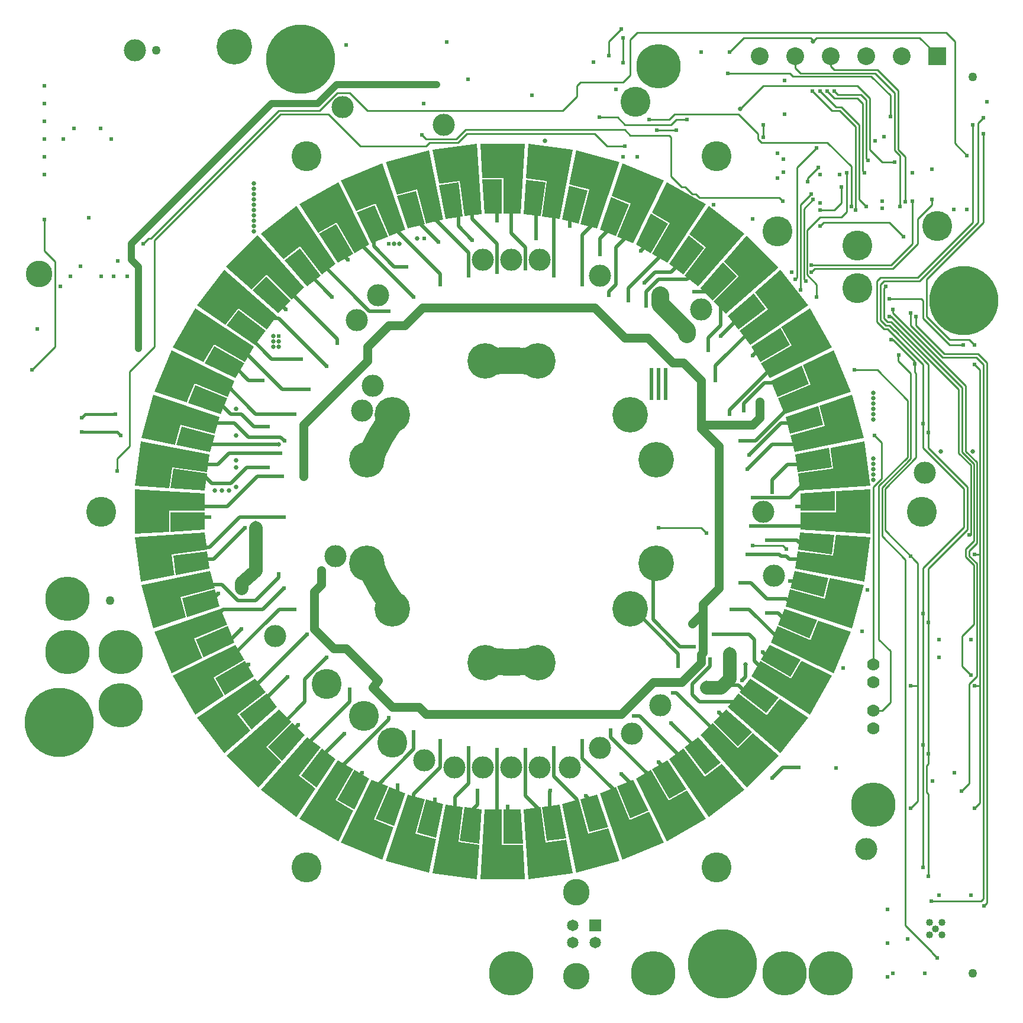
<source format=gbl>
%FSLAX23Y23*%
%MOIN*%
G70*
G01*
G75*
G04 Layer_Physical_Order=4*
G04 Layer_Color=16711680*
%ADD10C,0.150*%
%ADD11R,0.050X0.055*%
%ADD12R,0.410X0.425*%
%ADD13R,0.085X0.036*%
%ADD14R,0.100X0.100*%
%ADD15R,0.041X0.010*%
%ADD16R,0.010X0.041*%
%ADD17R,0.118X0.118*%
%ADD18R,0.022X0.057*%
%ADD19R,0.022X0.057*%
%ADD20R,0.087X0.024*%
%ADD21R,0.087X0.024*%
%ADD22R,0.063X0.012*%
%ADD23R,0.012X0.063*%
%ADD24R,0.217X0.079*%
%ADD25R,0.037X0.035*%
%ADD26R,0.037X0.035*%
%ADD27R,0.012X0.063*%
%ADD28R,0.050X0.110*%
%ADD29R,0.102X0.094*%
%ADD30R,0.217X0.280*%
%ADD31R,0.039X0.063*%
%ADD32R,0.089X0.024*%
%ADD33R,0.035X0.049*%
%ADD34R,0.065X0.055*%
%ADD35R,0.024X0.087*%
%ADD36R,0.024X0.087*%
%ADD37R,0.100X0.100*%
%ADD38R,0.059X0.051*%
%ADD39R,0.110X0.115*%
%ADD40R,0.079X0.126*%
%ADD41R,0.079X0.126*%
%ADD42R,0.140X0.060*%
%ADD43R,0.330X0.420*%
%ADD44R,0.081X0.024*%
%ADD45R,0.049X0.035*%
%ADD46R,0.055X0.050*%
%ADD47R,0.055X0.065*%
%ADD48C,0.050*%
%ADD49R,0.160X0.080*%
%ADD50R,0.450X0.450*%
%ADD51C,0.035*%
%ADD52C,0.020*%
%ADD53C,0.010*%
%ADD54C,0.100*%
%ADD55C,0.075*%
%ADD56C,0.050*%
%ADD57C,0.025*%
%ADD58C,0.040*%
%ADD59C,0.030*%
%ADD60C,0.015*%
%ADD61C,0.070*%
%ADD62C,0.100*%
%ADD63C,0.065*%
%ADD64R,0.065X0.065*%
%ADD65C,0.150*%
%ADD66C,0.169*%
%ADD67C,0.390*%
%ADD68C,0.200*%
%ADD69C,0.150*%
%ADD70C,0.250*%
%ADD71C,0.125*%
%ADD72C,0.024*%
%ADD73C,0.025*%
%ADD74C,0.040*%
%ADD75C,0.008*%
%ADD76C,0.085*%
%ADD77C,0.102*%
%ADD78C,0.080*%
%ADD79C,0.131*%
%ADD80C,0.209*%
%ADD81C,0.430*%
%ADD82C,0.165*%
%ADD83C,0.290*%
%ADD84C,0.052*%
%ADD85C,0.055*%
%ADD86C,0.064*%
G04:AMPARAMS|DCode=87|XSize=43mil|YSize=59mil|CornerRadius=0mil|HoleSize=0mil|Usage=FLASHONLY|Rotation=240.000|XOffset=0mil|YOffset=0mil|HoleType=Round|Shape=Rectangle|*
%AMROTATEDRECTD87*
4,1,4,-0.015,0.034,0.036,0.004,0.015,-0.034,-0.036,-0.004,-0.015,0.034,0.0*
%
%ADD87ROTATEDRECTD87*%

G04:AMPARAMS|DCode=88|XSize=43mil|YSize=59mil|CornerRadius=0mil|HoleSize=0mil|Usage=FLASHONLY|Rotation=255.000|XOffset=0mil|YOffset=0mil|HoleType=Round|Shape=Rectangle|*
%AMROTATEDRECTD88*
4,1,4,-0.023,0.029,0.034,0.013,0.023,-0.029,-0.034,-0.013,-0.023,0.029,0.0*
%
%ADD88ROTATEDRECTD88*%

G04:AMPARAMS|DCode=89|XSize=43mil|YSize=59mil|CornerRadius=0mil|HoleSize=0mil|Usage=FLASHONLY|Rotation=210.000|XOffset=0mil|YOffset=0mil|HoleType=Round|Shape=Rectangle|*
%AMROTATEDRECTD89*
4,1,4,0.004,0.036,0.034,-0.015,-0.004,-0.036,-0.034,0.015,0.004,0.036,0.0*
%
%ADD89ROTATEDRECTD89*%

G04:AMPARAMS|DCode=90|XSize=43mil|YSize=59mil|CornerRadius=0mil|HoleSize=0mil|Usage=FLASHONLY|Rotation=225.000|XOffset=0mil|YOffset=0mil|HoleType=Round|Shape=Rectangle|*
%AMROTATEDRECTD90*
4,1,4,-0.006,0.036,0.036,-0.006,0.006,-0.036,-0.036,0.006,-0.006,0.036,0.0*
%
%ADD90ROTATEDRECTD90*%

%ADD91R,0.043X0.059*%
G04:AMPARAMS|DCode=92|XSize=43mil|YSize=59mil|CornerRadius=0mil|HoleSize=0mil|Usage=FLASHONLY|Rotation=195.000|XOffset=0mil|YOffset=0mil|HoleType=Round|Shape=Rectangle|*
%AMROTATEDRECTD92*
4,1,4,0.013,0.034,0.029,-0.023,-0.013,-0.034,-0.029,0.023,0.013,0.034,0.0*
%
%ADD92ROTATEDRECTD92*%

G04:AMPARAMS|DCode=93|XSize=43mil|YSize=59mil|CornerRadius=0mil|HoleSize=0mil|Usage=FLASHONLY|Rotation=150.000|XOffset=0mil|YOffset=0mil|HoleType=Round|Shape=Rectangle|*
%AMROTATEDRECTD93*
4,1,4,0.034,0.015,0.004,-0.036,-0.034,-0.015,-0.004,0.036,0.034,0.015,0.0*
%
%ADD93ROTATEDRECTD93*%

G04:AMPARAMS|DCode=94|XSize=43mil|YSize=59mil|CornerRadius=0mil|HoleSize=0mil|Usage=FLASHONLY|Rotation=165.000|XOffset=0mil|YOffset=0mil|HoleType=Round|Shape=Rectangle|*
%AMROTATEDRECTD94*
4,1,4,0.029,0.023,0.013,-0.034,-0.029,-0.023,-0.013,0.034,0.029,0.023,0.0*
%
%ADD94ROTATEDRECTD94*%

G04:AMPARAMS|DCode=95|XSize=43mil|YSize=59mil|CornerRadius=0mil|HoleSize=0mil|Usage=FLASHONLY|Rotation=120.000|XOffset=0mil|YOffset=0mil|HoleType=Round|Shape=Rectangle|*
%AMROTATEDRECTD95*
4,1,4,0.036,-0.004,-0.015,-0.034,-0.036,0.004,0.015,0.034,0.036,-0.004,0.0*
%
%ADD95ROTATEDRECTD95*%

G04:AMPARAMS|DCode=96|XSize=43mil|YSize=59mil|CornerRadius=0mil|HoleSize=0mil|Usage=FLASHONLY|Rotation=135.000|XOffset=0mil|YOffset=0mil|HoleType=Round|Shape=Rectangle|*
%AMROTATEDRECTD96*
4,1,4,0.036,0.006,-0.006,-0.036,-0.036,-0.006,0.006,0.036,0.036,0.006,0.0*
%
%ADD96ROTATEDRECTD96*%

%ADD97R,0.059X0.043*%
G04:AMPARAMS|DCode=98|XSize=43mil|YSize=59mil|CornerRadius=0mil|HoleSize=0mil|Usage=FLASHONLY|Rotation=105.000|XOffset=0mil|YOffset=0mil|HoleType=Round|Shape=Rectangle|*
%AMROTATEDRECTD98*
4,1,4,0.034,-0.013,-0.023,-0.029,-0.034,0.013,0.023,0.029,0.034,-0.013,0.0*
%
%ADD98ROTATEDRECTD98*%

G04:AMPARAMS|DCode=99|XSize=43mil|YSize=59mil|CornerRadius=0mil|HoleSize=0mil|Usage=FLASHONLY|Rotation=262.500|XOffset=0mil|YOffset=0mil|HoleType=Round|Shape=Rectangle|*
%AMROTATEDRECTD99*
4,1,4,-0.026,0.025,0.032,0.018,0.026,-0.025,-0.032,-0.018,-0.026,0.025,0.0*
%
%ADD99ROTATEDRECTD99*%

G04:AMPARAMS|DCode=100|XSize=43mil|YSize=59mil|CornerRadius=0mil|HoleSize=0mil|Usage=FLASHONLY|Rotation=247.500|XOffset=0mil|YOffset=0mil|HoleType=Round|Shape=Rectangle|*
%AMROTATEDRECTD100*
4,1,4,-0.019,0.031,0.036,0.009,0.019,-0.031,-0.036,-0.009,-0.019,0.031,0.0*
%
%ADD100ROTATEDRECTD100*%

G04:AMPARAMS|DCode=101|XSize=43mil|YSize=59mil|CornerRadius=0mil|HoleSize=0mil|Usage=FLASHONLY|Rotation=232.500|XOffset=0mil|YOffset=0mil|HoleType=Round|Shape=Rectangle|*
%AMROTATEDRECTD101*
4,1,4,-0.010,0.035,0.037,-0.001,0.010,-0.035,-0.037,0.001,-0.010,0.035,0.0*
%
%ADD101ROTATEDRECTD101*%

G04:AMPARAMS|DCode=102|XSize=43mil|YSize=59mil|CornerRadius=0mil|HoleSize=0mil|Usage=FLASHONLY|Rotation=217.500|XOffset=0mil|YOffset=0mil|HoleType=Round|Shape=Rectangle|*
%AMROTATEDRECTD102*
4,1,4,-0.001,0.037,0.035,-0.010,0.001,-0.037,-0.035,0.010,-0.001,0.037,0.0*
%
%ADD102ROTATEDRECTD102*%

G04:AMPARAMS|DCode=103|XSize=43mil|YSize=59mil|CornerRadius=0mil|HoleSize=0mil|Usage=FLASHONLY|Rotation=202.500|XOffset=0mil|YOffset=0mil|HoleType=Round|Shape=Rectangle|*
%AMROTATEDRECTD103*
4,1,4,0.009,0.036,0.031,-0.019,-0.009,-0.036,-0.031,0.019,0.009,0.036,0.0*
%
%ADD103ROTATEDRECTD103*%

G04:AMPARAMS|DCode=104|XSize=43mil|YSize=59mil|CornerRadius=0mil|HoleSize=0mil|Usage=FLASHONLY|Rotation=187.500|XOffset=0mil|YOffset=0mil|HoleType=Round|Shape=Rectangle|*
%AMROTATEDRECTD104*
4,1,4,0.018,0.032,0.025,-0.026,-0.018,-0.032,-0.025,0.026,0.018,0.032,0.0*
%
%ADD104ROTATEDRECTD104*%

G04:AMPARAMS|DCode=105|XSize=43mil|YSize=59mil|CornerRadius=0mil|HoleSize=0mil|Usage=FLASHONLY|Rotation=172.500|XOffset=0mil|YOffset=0mil|HoleType=Round|Shape=Rectangle|*
%AMROTATEDRECTD105*
4,1,4,0.025,0.026,0.018,-0.032,-0.025,-0.026,-0.018,0.032,0.025,0.026,0.0*
%
%ADD105ROTATEDRECTD105*%

G04:AMPARAMS|DCode=106|XSize=43mil|YSize=59mil|CornerRadius=0mil|HoleSize=0mil|Usage=FLASHONLY|Rotation=157.500|XOffset=0mil|YOffset=0mil|HoleType=Round|Shape=Rectangle|*
%AMROTATEDRECTD106*
4,1,4,0.031,0.019,0.009,-0.036,-0.031,-0.019,-0.009,0.036,0.031,0.019,0.0*
%
%ADD106ROTATEDRECTD106*%

G04:AMPARAMS|DCode=107|XSize=43mil|YSize=59mil|CornerRadius=0mil|HoleSize=0mil|Usage=FLASHONLY|Rotation=142.500|XOffset=0mil|YOffset=0mil|HoleType=Round|Shape=Rectangle|*
%AMROTATEDRECTD107*
4,1,4,0.035,0.010,-0.001,-0.037,-0.035,-0.010,0.001,0.037,0.035,0.010,0.0*
%
%ADD107ROTATEDRECTD107*%

G04:AMPARAMS|DCode=108|XSize=43mil|YSize=59mil|CornerRadius=0mil|HoleSize=0mil|Usage=FLASHONLY|Rotation=127.500|XOffset=0mil|YOffset=0mil|HoleType=Round|Shape=Rectangle|*
%AMROTATEDRECTD108*
4,1,4,0.037,0.001,-0.010,-0.035,-0.037,-0.001,0.010,0.035,0.037,0.001,0.0*
%
%ADD108ROTATEDRECTD108*%

G04:AMPARAMS|DCode=109|XSize=43mil|YSize=59mil|CornerRadius=0mil|HoleSize=0mil|Usage=FLASHONLY|Rotation=112.500|XOffset=0mil|YOffset=0mil|HoleType=Round|Shape=Rectangle|*
%AMROTATEDRECTD109*
4,1,4,0.036,-0.009,-0.019,-0.031,-0.036,0.009,0.019,0.031,0.036,-0.009,0.0*
%
%ADD109ROTATEDRECTD109*%

G04:AMPARAMS|DCode=110|XSize=43mil|YSize=59mil|CornerRadius=0mil|HoleSize=0mil|Usage=FLASHONLY|Rotation=97.500|XOffset=0mil|YOffset=0mil|HoleType=Round|Shape=Rectangle|*
%AMROTATEDRECTD110*
4,1,4,0.032,-0.018,-0.026,-0.025,-0.032,0.018,0.026,0.025,0.032,-0.018,0.0*
%
%ADD110ROTATEDRECTD110*%

G36*
X1807Y-926D02*
X1681Y-1145D01*
X1352Y-927D01*
X1402Y-842D01*
X1575Y-942D01*
X1627Y-854D01*
X1634Y-840D01*
X1807Y-926D01*
D02*
G37*
G36*
X-1452Y-927D02*
X-1614Y-1034D01*
X-1669Y-938D01*
X-1502Y-842D01*
X-1452Y-927D01*
D02*
G37*
G36*
X1504Y-1048D02*
X1437Y-1135D01*
X1284Y-1018D01*
X1344Y-940D01*
X1504Y-1048D01*
D02*
G37*
G36*
X-1561Y-737D02*
X-1735Y-822D01*
X-1777Y-720D01*
X-1599Y-646D01*
X-1561Y-737D01*
D02*
G37*
G36*
X-1602Y-639D02*
X-1787Y-716D01*
X-1748Y-810D01*
X-1742Y-825D01*
X-1916Y-910D01*
X-2012Y-677D01*
X-1639Y-548D01*
X-1602Y-639D01*
D02*
G37*
G36*
X1628Y-836D02*
X1573Y-932D01*
X1405Y-835D01*
X1455Y-750D01*
X1628Y-836D01*
D02*
G37*
G36*
X1439Y-1147D02*
X1501Y-1065D01*
X1511Y-1053D01*
X1671Y-1161D01*
X1517Y-1361D01*
X1220Y-1102D01*
X1279Y-1024D01*
X1439Y-1147D01*
D02*
G37*
G36*
X-1384Y-1018D02*
X-1544Y-1140D01*
X-1481Y-1221D01*
X-1472Y-1234D01*
X-1617Y-1361D01*
X-1771Y-1161D01*
X-1444Y-940D01*
X-1384Y-1018D01*
D02*
G37*
G36*
X-1164Y-1259D02*
X-1292Y-1404D01*
X-1370Y-1326D01*
X-1234Y-1190D01*
X-1164Y-1259D01*
D02*
G37*
G36*
X-1505Y-835D02*
X-1679Y-936D01*
X-1628Y-1024D01*
X-1620Y-1038D01*
X-1781Y-1145D01*
X-1907Y-926D01*
X-1555Y-750D01*
X-1505Y-835D01*
D02*
G37*
G36*
X-1320Y-1102D02*
X-1465Y-1229D01*
X-1532Y-1142D01*
X-1379Y-1024D01*
X-1320Y-1102D01*
D02*
G37*
G36*
X1354Y-1242D02*
X1276Y-1320D01*
X1140Y-1184D01*
X1209Y-1114D01*
X1354Y-1242D01*
D02*
G37*
G36*
X2021Y-146D02*
X1988Y-396D01*
X1600Y-321D01*
X1613Y-223D01*
X1812Y-249D01*
X1826Y-148D01*
X1828Y-132D01*
X2021Y-146D01*
D02*
G37*
G36*
X-1700Y-321D02*
X-1890Y-358D01*
X-1905Y-248D01*
X-1713Y-223D01*
X-1700Y-321D01*
D02*
G37*
G36*
X-1714Y-215D02*
X-1913Y-242D01*
X-1900Y-343D01*
X-1898Y-359D01*
X-2088Y-396D01*
X-2121Y-146D01*
X-1727Y-118D01*
X-1714Y-215D01*
D02*
G37*
G36*
X2022Y-126D02*
X1628Y-102D01*
Y-4D01*
X1829D01*
Y98D01*
Y114D01*
X2022Y126D01*
Y-126D01*
D02*
G37*
G36*
X-1728Y102D02*
Y4D01*
X-1929D01*
Y-98D01*
Y-114D01*
X-2122Y-126D01*
Y126D01*
X-1728Y102D01*
D02*
G37*
G36*
X1820Y-131D02*
X1806Y-241D01*
X1614Y-215D01*
X1627Y-118D01*
X1820Y-131D01*
D02*
G37*
G36*
X-1672Y-430D02*
X-1866Y-482D01*
X-1839Y-581D01*
X-1835Y-596D01*
X-2019Y-658D01*
X-2084Y-414D01*
X-1697Y-335D01*
X-1672Y-430D01*
D02*
G37*
G36*
X1722Y-611D02*
X1680Y-713D01*
X1502Y-639D01*
X1539Y-548D01*
X1722Y-611D01*
D02*
G37*
G36*
X1912Y-677D02*
X1816Y-910D01*
X1461Y-737D01*
X1499Y-646D01*
X1684Y-723D01*
X1723Y-629D01*
X1729Y-614D01*
X1912Y-677D01*
D02*
G37*
G36*
X1787Y-374D02*
X1758Y-480D01*
X1572Y-430D01*
X1597Y-335D01*
X1787Y-374D01*
D02*
G37*
G36*
X1984Y-414D02*
X1919Y-658D01*
X1544Y-533D01*
X1570Y-438D01*
X1764Y-490D01*
X1790Y-391D01*
X1794Y-376D01*
X1984Y-414D01*
D02*
G37*
G36*
X-1644Y-533D02*
X-1828Y-594D01*
X-1856Y-488D01*
X-1670Y-438D01*
X-1644Y-533D01*
D02*
G37*
G36*
X-168Y-1677D02*
X-181Y-1870D01*
X-291Y-1856D01*
X-265Y-1664D01*
X-168Y-1677D01*
D02*
G37*
G36*
X64Y-1871D02*
X-46D01*
Y-1678D01*
X52D01*
X64Y-1871D01*
D02*
G37*
G36*
X666Y-1737D02*
X760Y-1698D01*
X775Y-1692D01*
X860Y-1866D01*
X627Y-1962D01*
X498Y-1589D01*
X589Y-1552D01*
X666Y-1737D01*
D02*
G37*
G36*
X308Y-1840D02*
X198Y-1855D01*
X173Y-1663D01*
X271Y-1650D01*
X308Y-1840D01*
D02*
G37*
G36*
X887Y-1629D02*
X975Y-1578D01*
X989Y-1570D01*
X1096Y-1731D01*
X877Y-1857D01*
X701Y-1505D01*
X786Y-1455D01*
X887Y-1629D01*
D02*
G37*
G36*
X-892Y-1452D02*
X-992Y-1625D01*
X-904Y-1677D01*
X-890Y-1684D01*
X-976Y-1857D01*
X-1195Y-1731D01*
X-977Y-1402D01*
X-892Y-1452D01*
D02*
G37*
G36*
X192Y-1863D02*
X293Y-1850D01*
X309Y-1848D01*
X346Y-2038D01*
X96Y-2071D01*
X68Y-1677D01*
X165Y-1664D01*
X192Y-1863D01*
D02*
G37*
G36*
X-273Y-1663D02*
X-299Y-1862D01*
X-198Y-1876D01*
X-182Y-1878D01*
X-196Y-2071D01*
X-446Y-2038D01*
X-371Y-1650D01*
X-273Y-1663D01*
D02*
G37*
G36*
X-54Y-1879D02*
X64D01*
X76Y-2072D01*
X-176D01*
X-152Y-1678D01*
X-54D01*
Y-1879D01*
D02*
G37*
G36*
X-696Y-1549D02*
X-773Y-1734D01*
X-679Y-1773D01*
X-664Y-1779D01*
X-727Y-1962D01*
X-960Y-1866D01*
X-787Y-1511D01*
X-696Y-1549D01*
D02*
G37*
G36*
X432Y-1816D02*
X531Y-1789D01*
X546Y-1785D01*
X608Y-1969D01*
X364Y-2034D01*
X285Y-1647D01*
X380Y-1622D01*
X432Y-1816D01*
D02*
G37*
G36*
X-488Y-1620D02*
X-540Y-1814D01*
X-441Y-1840D01*
X-426Y-1844D01*
X-464Y-2034D01*
X-708Y-1969D01*
X-583Y-1594D01*
X-488Y-1620D01*
D02*
G37*
G36*
X-990Y-1394D02*
X-1098Y-1554D01*
X-1185Y-1487D01*
X-1068Y-1334D01*
X-990Y-1394D01*
D02*
G37*
G36*
X985Y-1564D02*
X889Y-1619D01*
X793Y-1452D01*
X878Y-1402D01*
X985Y-1564D01*
D02*
G37*
G36*
X-800Y-1505D02*
X-886Y-1678D01*
X-982Y-1623D01*
X-885Y-1455D01*
X-800Y-1505D01*
D02*
G37*
G36*
X1179Y-1415D02*
X1092Y-1482D01*
X974Y-1329D01*
X1052Y-1270D01*
X1179Y-1415D01*
D02*
G37*
G36*
X1276Y-1332D02*
X1348Y-1259D01*
X1360Y-1248D01*
X1504Y-1376D01*
X1326Y-1554D01*
X1064Y-1259D01*
X1134Y-1190D01*
X1276Y-1332D01*
D02*
G37*
G36*
X-1240Y-1184D02*
X-1382Y-1326D01*
X-1309Y-1398D01*
X-1298Y-1410D01*
X-1426Y-1554D01*
X-1604Y-1376D01*
X-1309Y-1114D01*
X-1240Y-1184D01*
D02*
G37*
G36*
X-598Y-1589D02*
X-661Y-1772D01*
X-763Y-1730D01*
X-689Y-1552D01*
X-598Y-1589D01*
D02*
G37*
G36*
X544Y-1778D02*
X438Y-1806D01*
X388Y-1620D01*
X483Y-1594D01*
X544Y-1778D01*
D02*
G37*
G36*
X-385Y-1647D02*
X-424Y-1837D01*
X-530Y-1808D01*
X-480Y-1622D01*
X-385Y-1647D01*
D02*
G37*
G36*
X1090Y-1494D02*
X1171Y-1431D01*
X1184Y-1422D01*
X1311Y-1567D01*
X1111Y-1721D01*
X890Y-1394D01*
X968Y-1334D01*
X1090Y-1494D01*
D02*
G37*
G36*
X-1074Y-1329D02*
X-1197Y-1489D01*
X-1115Y-1551D01*
X-1103Y-1561D01*
X-1211Y-1721D01*
X-1411Y-1567D01*
X-1152Y-1270D01*
X-1074Y-1329D01*
D02*
G37*
G36*
X772Y-1685D02*
X670Y-1727D01*
X596Y-1549D01*
X687Y-1511D01*
X772Y-1685D01*
D02*
G37*
G36*
X-800Y1505D02*
X-885Y1455D01*
X-986Y1629D01*
X-1074Y1578D01*
X-1088Y1570D01*
X-1195Y1731D01*
X-976Y1857D01*
X-800Y1505D01*
D02*
G37*
G36*
X1096Y1731D02*
X878Y1402D01*
X793Y1452D01*
X893Y1625D01*
X805Y1677D01*
X791Y1684D01*
X877Y1857D01*
X1096Y1731D01*
D02*
G37*
G36*
X-892Y1452D02*
X-977Y1402D01*
X-1084Y1564D01*
X-988Y1619D01*
X-892Y1452D01*
D02*
G37*
G36*
X860Y1866D02*
X687Y1511D01*
X596Y1549D01*
X673Y1734D01*
X579Y1773D01*
X564Y1779D01*
X627Y1962D01*
X860Y1866D01*
D02*
G37*
G36*
X-696Y1549D02*
X-787Y1511D01*
X-872Y1685D01*
X-770Y1727D01*
X-696Y1549D01*
D02*
G37*
G36*
X883Y1623D02*
X786Y1455D01*
X701Y1505D01*
X787Y1678D01*
X883Y1623D01*
D02*
G37*
G36*
X-1074Y1329D02*
X-1152Y1270D01*
X-1279Y1415D01*
X-1192Y1482D01*
X-1074Y1329D01*
D02*
G37*
G36*
X-1168Y1263D02*
X-1238Y1194D01*
X-1380Y1336D01*
X-1452Y1263D01*
X-1464Y1252D01*
X-1608Y1380D01*
X-1430Y1558D01*
X-1168Y1263D01*
D02*
G37*
G36*
X1270Y1326D02*
X1134Y1190D01*
X1064Y1259D01*
X1192Y1404D01*
X1270Y1326D01*
D02*
G37*
G36*
X1085Y1487D02*
X968Y1334D01*
X890Y1394D01*
X998Y1554D01*
X1085Y1487D01*
D02*
G37*
G36*
X-990Y1394D02*
X-1068Y1334D01*
X-1190Y1494D01*
X-1271Y1431D01*
X-1284Y1422D01*
X-1411Y1567D01*
X-1211Y1721D01*
X-990Y1394D01*
D02*
G37*
G36*
X1311Y1567D02*
X1052Y1270D01*
X974Y1329D01*
X1097Y1489D01*
X1015Y1551D01*
X1003Y1561D01*
X1111Y1721D01*
X1311Y1567D01*
D02*
G37*
G36*
X-168Y1677D02*
X-265Y1664D01*
X-292Y1863D01*
X-393Y1850D01*
X-409Y1848D01*
X-446Y2038D01*
X-196Y2071D01*
X-168Y1677D01*
D02*
G37*
G36*
X346Y2038D02*
X271Y1650D01*
X173Y1663D01*
X199Y1862D01*
X98Y1876D01*
X82Y1878D01*
X96Y2071D01*
X346Y2038D01*
D02*
G37*
G36*
X-273Y1663D02*
X-371Y1650D01*
X-408Y1840D01*
X-298Y1855D01*
X-273Y1663D01*
D02*
G37*
G36*
X52Y1678D02*
X-46D01*
Y1879D01*
X-164D01*
X-176Y2072D01*
X76D01*
X52Y1678D01*
D02*
G37*
G36*
X-54D02*
X-152D01*
X-164Y1871D01*
X-54D01*
Y1678D01*
D02*
G37*
G36*
X191Y1856D02*
X165Y1664D01*
X68Y1677D01*
X81Y1870D01*
X191Y1856D01*
D02*
G37*
G36*
X-488Y1620D02*
X-583Y1594D01*
X-644Y1778D01*
X-538Y1806D01*
X-488Y1620D01*
D02*
G37*
G36*
X663Y1730D02*
X589Y1552D01*
X498Y1589D01*
X561Y1772D01*
X663Y1730D01*
D02*
G37*
G36*
X-598Y1589D02*
X-689Y1552D01*
X-766Y1737D01*
X-860Y1698D01*
X-875Y1692D01*
X-960Y1866D01*
X-727Y1962D01*
X-598Y1589D01*
D02*
G37*
G36*
X430Y1808D02*
X380Y1622D01*
X285Y1647D01*
X324Y1837D01*
X430Y1808D01*
D02*
G37*
G36*
X-385Y1647D02*
X-480Y1622D01*
X-532Y1816D01*
X-631Y1789D01*
X-646Y1785D01*
X-708Y1969D01*
X-464Y2034D01*
X-385Y1647D01*
D02*
G37*
G36*
X608Y1969D02*
X483Y1594D01*
X388Y1620D01*
X440Y1814D01*
X341Y1840D01*
X326Y1844D01*
X364Y2034D01*
X608Y1969D01*
D02*
G37*
G36*
X-1644Y533D02*
X-1670Y438D01*
X-1864Y490D01*
X-1890Y391D01*
X-1894Y376D01*
X-2084Y414D01*
X-2019Y658D01*
X-1644Y533D01*
D02*
G37*
G36*
X1984Y414D02*
X1597Y335D01*
X1572Y430D01*
X1766Y482D01*
X1739Y581D01*
X1735Y596D01*
X1919Y658D01*
X1984Y414D01*
D02*
G37*
G36*
X-1672Y430D02*
X-1697Y335D01*
X-1887Y374D01*
X-1858Y480D01*
X-1672Y430D01*
D02*
G37*
G36*
X1912Y677D02*
X1539Y548D01*
X1502Y639D01*
X1687Y716D01*
X1648Y810D01*
X1642Y825D01*
X1816Y910D01*
X1912Y677D01*
D02*
G37*
G36*
X-1602Y639D02*
X-1639Y548D01*
X-1822Y611D01*
X-1780Y713D01*
X-1602Y639D01*
D02*
G37*
G36*
X1756Y488D02*
X1570Y438D01*
X1544Y533D01*
X1728Y594D01*
X1756Y488D01*
D02*
G37*
G36*
X-1714Y215D02*
X-1727Y118D01*
X-1920Y131D01*
X-1906Y241D01*
X-1714Y215D01*
D02*
G37*
G36*
X1821Y4D02*
X1628D01*
Y102D01*
X1821Y114D01*
Y4D01*
D02*
G37*
G36*
X-1728Y-102D02*
X-1921Y-114D01*
Y-4D01*
X-1728D01*
Y-102D01*
D02*
G37*
G36*
X1805Y248D02*
X1613Y223D01*
X1600Y321D01*
X1790Y358D01*
X1805Y248D01*
D02*
G37*
G36*
X-1700Y321D02*
X-1713Y223D01*
X-1912Y249D01*
X-1926Y148D01*
X-1928Y132D01*
X-2121Y146D01*
X-2088Y396D01*
X-1700Y321D01*
D02*
G37*
G36*
X2021Y146D02*
X1627Y118D01*
X1614Y215D01*
X1813Y242D01*
X1800Y343D01*
X1798Y359D01*
X1988Y396D01*
X2021Y146D01*
D02*
G37*
G36*
X-1320Y1102D02*
X-1379Y1024D01*
X-1539Y1147D01*
X-1601Y1065D01*
X-1611Y1053D01*
X-1771Y1161D01*
X-1617Y1361D01*
X-1320Y1102D01*
D02*
G37*
G36*
X1671Y1161D02*
X1344Y940D01*
X1284Y1018D01*
X1444Y1140D01*
X1381Y1221D01*
X1372Y1234D01*
X1517Y1361D01*
X1671Y1161D01*
D02*
G37*
G36*
X-1384Y1018D02*
X-1444Y940D01*
X-1604Y1048D01*
X-1537Y1135D01*
X-1384Y1018D01*
D02*
G37*
G36*
X-1244Y1188D02*
X-1313Y1118D01*
X-1458Y1246D01*
X-1380Y1324D01*
X-1244Y1188D01*
D02*
G37*
G36*
X1504Y1376D02*
X1209Y1114D01*
X1140Y1184D01*
X1282Y1326D01*
X1209Y1398D01*
X1198Y1410D01*
X1326Y1554D01*
X1504Y1376D01*
D02*
G37*
G36*
X1432Y1142D02*
X1279Y1024D01*
X1220Y1102D01*
X1365Y1229D01*
X1432Y1142D01*
D02*
G37*
G36*
X-1505Y836D02*
X-1555Y751D01*
X-1728Y837D01*
X-1673Y933D01*
X-1505Y836D01*
D02*
G37*
G36*
X1677Y720D02*
X1499Y646D01*
X1461Y737D01*
X1635Y822D01*
X1677Y720D01*
D02*
G37*
G36*
X-1561Y737D02*
X-1599Y646D01*
X-1784Y723D01*
X-1823Y629D01*
X-1829Y614D01*
X-2012Y677D01*
X-1916Y910D01*
X-1561Y737D01*
D02*
G37*
G36*
X1569Y939D02*
X1402Y843D01*
X1352Y928D01*
X1514Y1035D01*
X1569Y939D01*
D02*
G37*
G36*
X-1452Y928D02*
X-1502Y843D01*
X-1675Y943D01*
X-1727Y855D01*
X-1734Y841D01*
X-1907Y927D01*
X-1781Y1146D01*
X-1452Y928D01*
D02*
G37*
G36*
X1807Y927D02*
X1455Y751D01*
X1405Y836D01*
X1579Y937D01*
X1528Y1025D01*
X1520Y1039D01*
X1681Y1146D01*
X1807Y927D01*
D02*
G37*
D10*
X-651Y547D02*
G03*
X-799Y291I651J-547D01*
G01*
X-148Y-837D02*
G03*
X-147Y-837I148J837D01*
G01*
D02*
G03*
X148Y-837I147J837D01*
G01*
X-798Y-291D02*
G03*
X-651Y-546I798J291D01*
G01*
X-148Y-837D02*
G03*
X148Y-837I148J837D01*
G01*
X148Y839D02*
G03*
X-148Y839I-148J-839D01*
G01*
D14*
X2400Y2565D02*
D03*
D48*
X-2260Y-500D02*
D03*
X-2000Y2600D02*
D03*
X2600Y2450D02*
D03*
Y-2600D02*
D03*
D52*
X1030Y1240D02*
X1100D01*
X1169Y1309D01*
X675Y-1672D02*
Y-1545D01*
X790Y640D02*
Y800D01*
X830Y640D02*
Y800D01*
X870Y640D02*
Y800D01*
X1470Y-1500D02*
X1530Y-1440D01*
X1620D01*
X1310Y570D02*
Y610D01*
X1425Y725D01*
X1622D01*
X1316Y-1070D02*
X1378Y-1132D01*
X1060Y-1070D02*
X1316D01*
X1020Y-1030D02*
X1060Y-1070D01*
X1020Y-1030D02*
Y-970D01*
X1120Y-870D01*
Y-830D01*
X1470Y110D02*
Y180D01*
X1557Y267D01*
X1752D01*
X1360Y80D02*
X1570D01*
X1660Y170D01*
X1440Y-160D02*
X1610D01*
X1659Y-209D01*
X1760D01*
X1440Y-570D02*
X1502D01*
X1602Y-670D01*
X1644D01*
X1192Y-978D02*
X1280D01*
X1388Y-1085D01*
X1414D01*
X1200Y-690D02*
X1340D01*
X1370Y-720D01*
Y-840D02*
Y-720D01*
Y-840D02*
X1466Y-936D01*
X1513D01*
X1300Y-950D02*
X1320Y-930D01*
Y-860D01*
X1140Y-690D02*
X1200D01*
X900Y-1190D02*
X1082Y-1372D01*
Y-1428D02*
Y-1372D01*
X-259Y-1810D02*
Y-1699D01*
X-1135Y-1445D02*
X-940Y-1250D01*
X-1135Y-1464D02*
Y-1445D01*
X-1462Y-1132D02*
X-1260Y-930D01*
X-1478Y-1132D02*
X-1462D01*
X-1585Y-725D02*
X-1520Y-660D01*
X-1722Y-725D02*
X-1585D01*
X-1817Y-443D02*
X-1785Y-410D01*
X-1630D01*
X-1540Y-500D01*
X-1440D01*
X-1310Y-370D01*
Y-350D01*
X-1624Y-550D02*
X-1400D01*
X-1280Y-430D01*
X-1677Y-267D02*
X-1500Y-90D01*
X-1852Y-267D02*
X-1677D01*
X-1490Y250D02*
X-1370D01*
X-1580Y160D02*
X-1490Y250D01*
X-1689Y160D02*
X-1580D01*
X-1738Y209D02*
X-1689Y160D01*
X-1860Y209D02*
X-1738D01*
X-1450Y480D02*
X-1370D01*
X-1520Y550D02*
X-1450Y480D01*
X-1582Y550D02*
X-1520D01*
X-1702Y670D02*
X-1582Y550D01*
X-1744Y670D02*
X-1702D01*
X-1350Y860D02*
X-1185D01*
X-1514Y1024D02*
X-1350Y860D01*
X-1514Y1024D02*
Y1085D01*
X-1182Y1382D02*
Y1428D01*
X1180Y990D02*
X1322Y1132D01*
X1378D01*
X750Y1290D02*
X810Y1350D01*
X900D01*
X1014Y1464D01*
X1035D01*
X760Y1240D02*
X830Y1310D01*
X500Y1450D02*
Y1540D01*
X620Y1660D01*
Y1694D01*
X140Y1540D02*
Y1791D01*
X159Y1810D01*
X-299Y1609D02*
Y1784D01*
X-317Y1802D02*
X-299Y1784D01*
X760Y1160D02*
Y1240D01*
X830Y1310D02*
X990D01*
X1082Y1402D01*
X-660Y1380D02*
X-590D01*
X-775Y1495D02*
X-660Y1380D01*
X-775Y1495D02*
Y1672D01*
X-986Y1486D02*
X-920Y1420D01*
X-986Y1486D02*
Y1563D01*
X-1363Y1233D02*
X-1270Y1140D01*
X-1363Y1233D02*
Y1272D01*
X-1480Y740D02*
X-1400D01*
X-1626Y886D02*
X-1480Y740D01*
X-1643Y886D02*
X-1626D01*
X-1590Y330D02*
X-1300D01*
Y420D02*
X-1279Y399D01*
X-1693Y380D02*
X-1310D01*
X-1756Y443D02*
X-1693Y380D01*
X-1817Y443D02*
X-1756D01*
X-1700Y-30D02*
X-1700Y-30D01*
X-1872Y-30D02*
X-1700D01*
X-1690Y-500D02*
X-1650Y-460D01*
X-1802Y-500D02*
X-1690D01*
X-1556Y-936D02*
X-1480Y-860D01*
X-1613Y-936D02*
X-1556D01*
X-1309Y-1309D02*
X-1200Y-1200D01*
X-1318Y-1309D02*
X-1309D01*
X-935Y-1565D02*
X-840Y-1470D01*
X-935Y-1593D02*
Y-1565D01*
X-430Y-1705D02*
Y-1620D01*
X-493Y-1767D02*
X-430Y-1705D01*
X-20Y-1660D02*
X-20Y-1660D01*
X-20Y-1822D02*
Y-1660D01*
X420Y-1600D02*
X450Y-1630D01*
Y-1752D02*
Y-1630D01*
X830Y-1410D02*
X887Y-1467D01*
Y-1563D02*
Y-1467D01*
X1170Y-1130D02*
X1259Y-1219D01*
Y-1268D02*
Y-1219D01*
X1416Y-790D02*
X1511Y-885D01*
X1543D01*
X1570Y-390D02*
X1617D01*
X1670Y-443D01*
X1717D01*
X1610Y30D02*
X1610Y30D01*
X1772D01*
X1340Y320D02*
X1520Y500D01*
X1702D01*
X1360Y880D02*
X1417Y937D01*
X1513D01*
X1169Y1309D02*
X1218D01*
X730Y1470D02*
X836Y1576D01*
Y1593D01*
X330Y1610D02*
Y1705D01*
X393Y1767D01*
X-80Y1640D02*
X-80Y1640D01*
Y1822D01*
X-550Y1660D02*
X-410Y1520D01*
X1180Y1188D02*
X1259Y1268D01*
X1110Y910D02*
Y980D01*
X1446Y-936D02*
X1513D01*
X910Y-1020D02*
X928D01*
X940Y-870D02*
Y-800D01*
X688Y-548D02*
X940Y-800D01*
X653Y-548D02*
X688D01*
X950Y-760D02*
X1030D01*
X798Y-608D02*
X950Y-760D01*
X798Y-608D02*
Y-291D01*
X217Y1802D02*
X240Y1780D01*
Y1330D02*
Y1780D01*
X450Y1610D02*
Y1752D01*
X400Y1560D02*
X450Y1610D01*
X400Y1280D02*
Y1560D01*
X675Y1575D02*
Y1672D01*
X590Y1490D02*
X675Y1575D01*
X550Y1220D02*
Y1240D01*
X887Y1487D02*
Y1563D01*
X660Y1260D02*
X887Y1487D01*
X660Y1190D02*
Y1260D01*
X1082Y1362D02*
Y1428D01*
X1150Y821D02*
X1414Y1085D01*
X1150Y740D02*
Y821D01*
X1230Y573D02*
X1543Y886D01*
X1230Y550D02*
Y573D01*
X1655Y380D02*
X1717Y443D01*
X1470Y380D02*
X1655D01*
X1330Y240D02*
X1470Y380D01*
X1374Y400D02*
X1644Y670D01*
X1290Y400D02*
X1374D01*
X1721Y170D02*
X1760Y209D01*
X1660Y170D02*
X1721D01*
X1567Y-267D02*
X1752D01*
X1510Y-240D02*
X1520Y-250D01*
X1330Y-240D02*
X1510D01*
X1721Y-80D02*
X1772Y-30D01*
X1350Y-80D02*
X1721D01*
X1560Y-500D02*
X1702D01*
X1550Y-490D02*
X1560Y-500D01*
X1290Y-400D02*
X1350D01*
X1515Y-725D02*
X1622D01*
X1340Y-550D02*
X1515Y-725D01*
X1240Y-550D02*
X1340D01*
X928Y-1020D02*
X1218Y-1309D01*
X721Y-1150D02*
X1035Y-1464D01*
X690Y-1150D02*
X721D01*
X815Y-1572D02*
Y-1525D01*
X560Y-1270D02*
X815Y-1525D01*
X560Y-1270D02*
Y-1230D01*
X591Y-1664D02*
Y-1581D01*
X400Y-1390D02*
X591Y-1581D01*
X400Y-1390D02*
Y-1290D01*
X370Y-1745D02*
Y-1620D01*
X240Y-1490D02*
X370Y-1620D01*
X240Y-1490D02*
Y-1330D01*
X157Y-1809D02*
Y-1677D01*
X80Y-1600D02*
X157Y-1677D01*
X80Y-1600D02*
Y-1340D01*
X-80Y-1821D02*
X-80Y-1822D01*
X-80Y-1821D02*
Y-1340D01*
X-317Y-1802D02*
Y-1607D01*
X-240Y-1530D01*
Y-1330D01*
X-550Y-1752D02*
Y-1590D01*
X-400Y-1440D01*
Y-1290D01*
X-775Y-1672D02*
Y-1563D01*
X-550Y-1338D01*
Y-1240D01*
X-986Y-1563D02*
Y-1466D01*
X-690Y-1170D01*
Y-1160D01*
X-1182Y-1428D02*
Y-1342D01*
X-910Y-1070D01*
Y-1000D01*
X-1359Y-1268D02*
X-1164Y-1072D01*
Y-944D01*
X-1040Y-820D01*
X-1514Y-1085D02*
Y-1054D01*
X-1150Y-690D01*
X-1643Y-885D02*
X-1308Y-550D01*
X-1220D01*
X-1744Y-670D02*
X-1624Y-550D01*
X-1720Y-200D02*
X-1700D01*
X-1530Y-30D01*
X-1280D01*
X-1872Y30D02*
X-1600D01*
X-1430Y200D01*
X-1290D01*
X-1852Y267D02*
X-1653D01*
X-1590Y330D01*
X-1802Y500D02*
X-1560D01*
X-1480Y420D01*
X-1300D01*
X-1722Y725D02*
X-1615D01*
X-1440Y550D01*
X-1220D01*
X-1613Y937D02*
X-1537D01*
X-1290Y690D01*
X-1140D01*
X-1478Y1132D02*
X-1436Y1090D01*
X-1310D01*
X-1040Y820D01*
X-1322Y1313D02*
X-980Y972D01*
Y950D02*
Y972D01*
X-1135Y1464D02*
X-801Y1130D01*
X-690D01*
X-935Y1593D02*
X-552Y1210D01*
X-550D01*
X-720Y1660D02*
Y1694D01*
Y1660D02*
X-400Y1340D01*
Y1280D02*
Y1340D01*
X-493Y1713D02*
Y1767D01*
Y1713D02*
X-240Y1460D01*
Y1330D02*
Y1460D01*
X-80Y1350D02*
Y1510D01*
X-220Y1650D02*
X-80Y1510D01*
X-220Y1650D02*
Y1710D01*
X80Y1370D02*
Y1490D01*
X0Y1570D02*
X80Y1490D01*
X0Y1570D02*
Y1730D01*
X-818Y-310D02*
X-798Y-291D01*
X-299Y1609D02*
X-220Y1530D01*
X550Y1240D02*
X590Y1280D01*
Y1490D01*
X1180Y1050D02*
Y1188D01*
X1110Y980D02*
X1180Y1050D01*
X1550Y-250D02*
X1567Y-267D01*
X1520Y-250D02*
X1550D01*
X1350Y-400D02*
X1440Y-490D01*
X1550D01*
X675Y-1672D02*
Y-1536D01*
X618Y-1479D02*
X675Y-1536D01*
X217Y-1802D02*
Y-1573D01*
X-259Y-1810D02*
Y-1719D01*
X-190Y-1650D01*
Y-1570D01*
X-1182Y1382D02*
Y1428D01*
Y1382D02*
X-1010Y1210D01*
X-720Y-1694D02*
X-640Y-1614D01*
Y-1540D01*
X2389Y-2353D02*
X2390Y-2352D01*
D53*
X930Y2210D02*
X990D01*
X980Y1830D02*
X1020Y1790D01*
X1040D01*
X1760Y1630D02*
X2130D01*
X900Y1890D02*
X960Y1830D01*
X980D01*
X820Y2150D02*
X930D01*
X1670Y1860D02*
Y1880D01*
X1730Y1940D01*
X2540Y-870D02*
X2590Y-920D01*
X2537Y-1573D02*
X2580Y-1530D01*
X1530Y-190D02*
X1550Y-210D01*
X1360Y-190D02*
X1530D01*
X1070Y-90D02*
X1100Y-120D01*
X830Y-90D02*
X1070D01*
X-550Y1660D02*
Y1752D01*
X1600Y1310D02*
X1610Y1320D01*
Y1940D01*
X1720Y2050D01*
X-259Y2151D02*
X639D01*
X1720Y1210D02*
Y1280D01*
X1665Y1335D02*
X1720Y1280D01*
X1665Y1335D02*
Y1585D01*
X1740Y1660D01*
X2130Y1630D02*
X2210Y1550D01*
X1890Y1690D02*
Y1910D01*
X1690Y1350D02*
X1710Y1370D01*
X1390Y2100D02*
X1410Y2080D01*
X1780D01*
X1915Y1720D02*
Y1945D01*
X2090Y1970D02*
X2160D01*
X2020Y2040D02*
X2090Y1970D01*
X890Y2120D02*
X900Y2110D01*
X670Y2120D02*
X890D01*
X639Y2151D02*
X670Y2120D01*
X-2010Y1530D02*
X-1300Y2240D01*
X-1030D01*
X-850Y2060D01*
X-480D01*
X-300Y2080D02*
X-250Y2130D01*
X470D01*
X540Y2060D01*
X640D01*
X-2045Y1540D02*
X-2030D01*
X-1310Y2260D01*
X-2010Y930D02*
Y1530D01*
X-2150Y790D02*
X-2010Y930D01*
X-2150Y370D02*
Y790D01*
X-2220Y300D02*
X-2150Y370D01*
X-2220Y230D02*
Y300D01*
X494Y2221D02*
X599D01*
X640Y2180D01*
X2320Y360D02*
X2550Y130D01*
Y-87D02*
Y130D01*
X2320Y-317D02*
X2550Y-87D01*
X2350Y360D02*
Y830D01*
Y360D02*
X2570Y140D01*
Y-100D02*
Y140D01*
X2350Y-320D02*
X2570Y-100D01*
X1420Y2110D02*
Y2180D01*
X1648Y1312D02*
X1660Y1300D01*
X1648Y1312D02*
Y1707D01*
X1710Y1370D02*
X2150D01*
X2290Y1510D01*
X2370Y1730D02*
Y1760D01*
X1690Y1390D02*
X2140D01*
X2260Y1510D01*
Y1750D01*
X1648Y1707D02*
X1700Y1760D01*
X1630Y1250D02*
Y1730D01*
X1690Y1790D01*
X370Y2340D02*
Y2400D01*
X2350Y-1420D02*
Y-320D01*
X2320Y-2005D02*
Y-317D01*
X2106Y-106D02*
X2290Y-290D01*
X2273Y787D02*
Y847D01*
X-503Y2123D02*
X-480Y2100D01*
X1420Y2400D02*
X1950D01*
X-2075Y1510D02*
X-2045Y1540D01*
X2180Y850D02*
Y880D01*
X2273Y787D02*
X2280Y780D01*
X2150Y970D02*
X2273Y847D01*
X2280Y1050D02*
X2440Y890D01*
X2250Y1050D02*
X2430Y870D01*
X2150Y1120D02*
X2560Y710D01*
X2140Y1100D02*
X2540Y700D01*
X2140Y1070D02*
X2520Y690D01*
X2159Y1021D02*
X2350Y830D01*
X2120Y1030D02*
X2320Y830D01*
X2140Y970D02*
X2150D01*
X2180Y850D02*
X2250Y780D01*
Y299D02*
Y780D01*
X2088Y137D02*
X2250Y299D01*
X2088Y-138D02*
Y137D01*
Y-138D02*
X2220Y-270D01*
Y-2330D02*
Y-270D01*
Y-2330D02*
X2370Y-2480D01*
X2129Y1050D02*
X2159Y1020D01*
X2130Y1100D02*
X2140D01*
X2100Y1090D02*
Y1260D01*
X2120Y1070D02*
X2140D01*
X2100Y1090D02*
X2120Y1070D01*
X2080Y1080D02*
Y1280D01*
X2159Y1020D02*
X2159Y1021D01*
X2110Y1050D02*
X2129D01*
X2080Y1080D02*
X2110Y1050D01*
X2060Y1070D02*
Y1300D01*
X2100Y1030D02*
X2120D01*
X2060Y1070D02*
X2100Y1030D01*
X2150Y1120D02*
Y1140D01*
X2340Y1310D02*
X2660Y1630D01*
X2340Y1100D02*
Y1310D01*
X2600Y1630D02*
Y2180D01*
X2290Y1320D02*
X2600Y1630D01*
X2300Y1300D02*
X2630Y1630D01*
X2340Y1100D02*
X2470Y970D01*
X2320Y1090D02*
Y1190D01*
X2310Y1200D02*
X2320Y1190D01*
X2130Y1200D02*
X2310D01*
X2470Y970D02*
X2580D01*
X2320Y1090D02*
X2470Y940D01*
X2580Y970D02*
X2610Y940D01*
X2470D02*
X2547D01*
X2250Y1050D02*
Y1120D01*
X2100Y1300D02*
X2300D01*
X2080Y1280D02*
X2100Y1300D01*
Y1260D02*
X2110Y1270D01*
X2660Y1630D02*
Y2130D01*
X2280Y1050D02*
Y1100D01*
X2080Y1320D02*
X2290D01*
X2060Y1300D02*
X2080Y1320D01*
X2280Y304D02*
Y780D01*
X2250Y-980D02*
X2290D01*
X2340Y-1430D02*
X2350Y-1420D01*
X2340Y-1580D02*
Y-1430D01*
Y-1580D02*
X2350Y-1590D01*
X2610Y-240D02*
X2640D01*
X2610Y-980D02*
X2640D01*
X2610Y-1670D02*
X2640Y-1640D01*
X2366Y-2194D02*
X2646D01*
X2680Y-2205D02*
Y840D01*
X2660Y-2180D02*
Y830D01*
X2630Y890D02*
X2680Y840D01*
X2440Y890D02*
X2630D01*
X2430Y870D02*
X2620D01*
X2646Y-2194D02*
X2660Y-2180D01*
X2620Y870D02*
X2660Y830D01*
X2350Y-2055D02*
Y-1590D01*
X2250Y-1670D02*
X2290Y-1630D01*
Y-290D01*
X2106Y130D02*
X2280Y304D01*
X2106Y-106D02*
Y130D01*
X-2570Y930D02*
Y1410D01*
X-2630Y1470D02*
X-2570Y1410D01*
X2640Y-1640D02*
Y800D01*
X2610Y830D02*
X2640Y800D01*
X2020Y2040D02*
Y2330D01*
X1950D02*
X1980Y2300D01*
X1820Y2330D02*
X1950D01*
X1840Y2350D02*
X1970D01*
X2000Y2320D01*
X1950Y2400D02*
X2020Y2330D01*
X1960Y1760D02*
Y2180D01*
X1860Y2280D02*
X1960Y2180D01*
X1940Y1700D02*
Y2170D01*
X1850Y2260D02*
X1940Y2170D01*
X1830Y2280D02*
X1860D01*
X1805Y2260D02*
X1850D01*
X1960Y1760D02*
X2000Y1720D01*
X1980Y1920D02*
Y2300D01*
Y1920D02*
X1990Y1910D01*
X1740Y1700D02*
X1820D01*
X1860Y1740D01*
Y1830D01*
X2000Y1990D02*
Y2320D01*
Y1990D02*
X2010Y1980D01*
X2500Y2074D02*
X2567Y2007D01*
X1510Y1770D02*
X1530Y1750D01*
X1060Y1770D02*
X1510D01*
X900Y1890D02*
Y2110D01*
X1040Y1790D02*
X1060Y1770D01*
X1290Y2270D02*
X1420Y2400D01*
X1780Y2080D02*
X1915Y1945D01*
X1280Y2240D02*
X1390Y2130D01*
Y2100D02*
Y2130D01*
X2580Y-1530D02*
Y-970D01*
X2622Y-928D01*
Y-292D01*
X2580Y-250D02*
X2622Y-292D01*
X2580Y-250D02*
Y-220D01*
X2622Y-177D01*
Y278D01*
X2560Y340D02*
X2622Y278D01*
X2560Y340D02*
Y710D01*
X2540Y-870D02*
Y-700D01*
X2605Y-635D01*
Y-300D01*
X2560Y-255D02*
X2605Y-300D01*
X2560Y-255D02*
Y-210D01*
X2605Y-165D01*
Y270D01*
X2540Y335D02*
X2605Y270D01*
X2540Y335D02*
Y700D01*
X2520Y330D02*
Y690D01*
Y330D02*
X2588Y262D01*
Y-130D02*
Y262D01*
X2320Y360D02*
Y830D01*
X640Y2180D02*
X900D01*
X1933Y798D02*
X2062D01*
X2233Y627D01*
X2070Y-720D02*
X2135Y-785D01*
Y-1075D02*
Y-785D01*
X2090Y-1120D02*
X2135Y-1075D01*
X2040Y-1120D02*
X2090D01*
X2040Y-860D02*
Y105D01*
X2233Y307D02*
Y627D01*
X2070Y144D02*
X2233Y307D01*
X2070Y-720D02*
Y144D01*
X2040Y105D02*
Y140D01*
X2085Y185D01*
Y390D01*
X2045Y430D02*
X2085Y390D01*
X-460Y2080D02*
X-300D01*
X-480Y2060D02*
X-460Y2080D01*
X-310Y2100D02*
X-259Y2151D01*
X-480Y2100D02*
X-310D01*
X-810Y2260D02*
X290D01*
X-910Y2360D02*
X-810Y2260D01*
X-980Y2360D02*
X-910D01*
X-1080Y2260D02*
X-980Y2360D01*
X-1310Y2260D02*
X-1080D01*
X2290Y1650D02*
X2370Y1730D01*
X2290Y1510D02*
Y1650D01*
X900Y2180D02*
X930Y2210D01*
X777D02*
X890D01*
X920Y2240D01*
X1280D01*
X2630Y1630D02*
Y2190D01*
X2660Y2220D01*
X2500Y2074D02*
Y2650D01*
X1820Y2370D02*
X1840Y2350D01*
X1780Y2370D02*
X1820Y2330D01*
X1740Y2370D02*
X1830Y2280D01*
X1695Y2370D02*
X1805Y2260D01*
X2062Y2490D02*
X2180Y2372D01*
Y2040D02*
Y2372D01*
Y2040D02*
X2220Y2000D01*
Y1747D02*
Y2000D01*
X290Y2260D02*
X370Y2340D01*
X1740Y1660D02*
X1860D01*
X1890Y1690D01*
X1740Y1610D02*
X1760Y1630D01*
X1820Y2490D02*
X2062D01*
X1800Y2510D02*
X1820Y2490D01*
X1800Y2510D02*
Y2585D01*
X2190Y1720D02*
Y2005D01*
X2160Y2035D02*
X2190Y2005D01*
X2160Y2035D02*
Y2360D01*
X2050Y2470D02*
X2160Y2360D01*
X1630Y2470D02*
X2050D01*
X1600Y2500D02*
X1630Y2470D01*
X1600Y2500D02*
Y2585D01*
X1720Y2670D02*
X2300D01*
X2450Y2700D02*
X2500Y2650D01*
X710Y2700D02*
X2450D01*
X2300Y2670D02*
X2385Y2585D01*
X1700Y2650D02*
X1720Y2670D01*
X1684D02*
X1702Y2652D01*
X1310Y2670D02*
X1684D01*
X1230Y2590D02*
X1310Y2670D01*
X2385Y2585D02*
X2400D01*
X670Y2660D02*
X710Y2700D01*
X670Y2460D02*
Y2660D01*
X630Y2420D02*
X670Y2460D01*
X390Y2420D02*
X630D01*
X370Y2400D02*
X390Y2420D01*
X630Y2530D02*
Y2670D01*
X550Y2570D02*
Y2650D01*
X620Y2720D01*
X2134Y2224D02*
Y2346D01*
X2027Y2453D02*
X2134Y2346D01*
X1587Y2453D02*
X2027D01*
X1570Y2470D02*
X1587Y2453D01*
X1220Y2470D02*
X1570D01*
X-2700Y800D02*
X-2570Y930D01*
X-2630Y1470D02*
Y1645D01*
X2370Y-2485D02*
X2400Y-2515D01*
X2370Y-2485D02*
Y-2480D01*
X2663Y-2222D02*
X2663Y-2222D01*
X2680Y-2205D01*
D54*
X990Y1000D02*
Y1020D01*
X840Y1170D02*
Y1220D01*
Y1170D02*
X990Y1020D01*
D55*
X1230Y-940D02*
Y-800D01*
X1180Y-990D02*
X1230Y-940D01*
X1100Y-990D02*
X1180D01*
X-1520Y-430D02*
Y-400D01*
X-1440Y-330D01*
Y-90D01*
D56*
X1400Y590D02*
Y620D01*
Y560D02*
Y590D01*
Y530D02*
Y560D01*
X1360Y490D02*
X1400Y530D01*
X1070Y490D02*
X1360D01*
X1080Y-793D02*
Y-570D01*
X1070Y-803D02*
X1080Y-793D01*
X1070Y-850D02*
Y-803D01*
X960Y-960D02*
X1070Y-850D01*
X890Y-960D02*
X960D01*
X800D02*
X890D01*
X-1000Y-770D02*
X-930D01*
X-780Y-990D02*
X-670Y-1100D01*
X-780Y-990D02*
X-750Y-950D01*
X-1110Y-660D02*
X-1000Y-770D01*
X1020Y-630D02*
X1080Y-570D01*
X-600Y1050D02*
X-500Y1150D01*
X-690Y1050D02*
X-600D01*
X-1170Y200D02*
Y490D01*
X-1070Y-410D02*
Y-330D01*
X-1110Y-450D02*
X-1070Y-410D01*
X-1110Y-660D02*
Y-450D01*
X-930Y-770D02*
X-750Y-950D01*
X-670Y-1100D02*
X-520D01*
X-480Y-1140D01*
X620D01*
X800Y-960D01*
X1080Y-570D02*
Y-520D01*
X1170Y-430D01*
Y370D01*
X1070Y470D02*
X1170Y370D01*
X1070Y470D02*
Y740D01*
X970Y840D02*
X1070Y740D01*
X910Y840D02*
X970D01*
X770Y980D02*
X910Y840D01*
X640Y980D02*
X770D01*
X470Y1150D02*
X640Y980D01*
X-500Y1150D02*
X470D01*
X-810Y930D02*
X-690Y1050D01*
X-810Y850D02*
Y930D01*
X-1170Y490D02*
X-810Y850D01*
D58*
X-2100Y920D02*
Y1380D01*
X-985Y2405D02*
X-420D01*
X-2140Y1420D02*
X-2100Y1380D01*
X-2140Y1420D02*
Y1510D01*
X-1350Y2300D01*
X-1090D01*
X-985Y2405D01*
D60*
X-2420Y450D02*
X-2220D01*
X-2200Y430D01*
X-2420Y530D02*
X-2400Y550D01*
X-2230D01*
D61*
X2040Y-860D02*
D03*
Y-960D02*
D03*
Y-1220D02*
D03*
Y-1120D02*
D03*
D62*
X1400Y2565D02*
D03*
X1600D02*
D03*
X1800D02*
D03*
X2000D02*
D03*
X2200D02*
D03*
D63*
X347Y-2331D02*
D03*
Y-2429D02*
D03*
X473D02*
D03*
D64*
Y-2331D02*
D03*
D65*
X367Y-2143D02*
D03*
Y-2617D02*
D03*
D66*
X-1156Y2003D02*
D03*
X700Y2310D02*
D03*
X1950Y1500D02*
D03*
X-1040Y-970D02*
D03*
X-670Y-1300D02*
D03*
X-830Y-1150D02*
D03*
X1500Y1580D02*
D03*
X1950Y1260D02*
D03*
X2400Y1610D02*
D03*
X-2312Y0D02*
D03*
X-1156Y-2003D02*
D03*
X1156D02*
D03*
X2312Y0D02*
D03*
X1156Y2003D02*
D03*
D67*
X-1189Y2549D02*
D03*
X-2549Y-1189D02*
D03*
X1189Y-2549D02*
D03*
X2549Y1189D02*
D03*
D68*
X670Y547D02*
D03*
X-148Y-850D02*
D03*
X-815Y-291D02*
D03*
X-670Y547D02*
D03*
X-148Y850D02*
D03*
X148Y-850D02*
D03*
X-670Y-547D02*
D03*
X-815Y291D02*
D03*
X148Y850D02*
D03*
X815Y291D02*
D03*
Y-291D02*
D03*
X670Y-548D02*
D03*
X-1560Y2620D02*
D03*
D69*
X-2660Y1340D02*
D03*
D70*
X0Y-2600D02*
D03*
X800D02*
D03*
X1540D02*
D03*
X1800D02*
D03*
X2040Y-1650D02*
D03*
X830Y2510D02*
D03*
X-2200Y-1090D02*
D03*
Y-790D02*
D03*
X-2500D02*
D03*
Y-490D02*
D03*
D71*
X2000Y-1900D02*
D03*
X-380Y2180D02*
D03*
X-950Y2280D02*
D03*
X-870Y1080D02*
D03*
X1420Y0D02*
D03*
X840Y-1090D02*
D03*
X-490Y-1400D02*
D03*
X-320Y-1440D02*
D03*
X-160D02*
D03*
X0D02*
D03*
X160D02*
D03*
X330D02*
D03*
X500Y-1330D02*
D03*
X680Y-1250D02*
D03*
X-1330Y-700D02*
D03*
X-840Y570D02*
D03*
X-780Y710D02*
D03*
X2330Y220D02*
D03*
X1480Y-360D02*
D03*
X1070Y1140D02*
D03*
X500Y1330D02*
D03*
X-990Y-250D02*
D03*
X-750Y1220D02*
D03*
X-160Y1420D02*
D03*
X160D02*
D03*
X0D02*
D03*
X-2120Y2600D02*
D03*
D72*
X1030Y1240D02*
D03*
X710Y2000D02*
D03*
X630D02*
D03*
X930Y2150D02*
D03*
X820D02*
D03*
X1670Y1860D02*
D03*
X1730Y1940D02*
D03*
X830Y-90D02*
D03*
X790Y800D02*
D03*
Y640D02*
D03*
X830Y800D02*
D03*
Y640D02*
D03*
X870D02*
D03*
Y800D02*
D03*
X2190Y1720D02*
D03*
X1230Y2590D02*
D03*
X2680Y2310D02*
D03*
X2045Y430D02*
D03*
X1933Y798D02*
D03*
X2590Y-2160D02*
D03*
X2250Y-250D02*
D03*
X2010Y1980D02*
D03*
X1860Y1830D02*
D03*
X1740Y1700D02*
D03*
X1990Y1910D02*
D03*
X2000Y1720D02*
D03*
X1740Y1740D02*
D03*
X1695Y2370D02*
D03*
X1940Y1700D02*
D03*
X1740Y2370D02*
D03*
X1850Y1900D02*
D03*
X1740D02*
D03*
X-2700Y800D02*
D03*
X2400Y-2515D02*
D03*
X2366Y-2194D02*
D03*
X2410Y-2160D02*
D03*
X2099Y2111D02*
D03*
X2567Y1702D02*
D03*
X2493Y1703D02*
D03*
X-2165Y1325D02*
D03*
X-2240D02*
D03*
X-2310D02*
D03*
X-2484Y1326D02*
D03*
X-2670Y1030D02*
D03*
X-2218Y1413D02*
D03*
X-2630Y2200D02*
D03*
Y2100D02*
D03*
Y2300D02*
D03*
Y1900D02*
D03*
Y1645D02*
D03*
Y2000D02*
D03*
Y2400D02*
D03*
X-2075Y1510D02*
D03*
X494Y2221D02*
D03*
X-2380Y1655D02*
D03*
X-2427Y1383D02*
D03*
X-2540Y1270D02*
D03*
X-2255Y2100D02*
D03*
X-2315Y2160D02*
D03*
X-2465D02*
D03*
X-2525Y2100D02*
D03*
X-420Y2405D02*
D03*
X-495Y2300D02*
D03*
X-930Y2630D02*
D03*
X-365Y2645D02*
D03*
X114Y2346D02*
D03*
X-246Y2437D02*
D03*
X2590Y-720D02*
D03*
X2410D02*
D03*
X2495Y-1470D02*
D03*
X2150Y-2600D02*
D03*
X2330D02*
D03*
X2610Y-1670D02*
D03*
Y830D02*
D03*
Y-240D02*
D03*
Y-980D02*
D03*
X2590Y-920D02*
D03*
X2580Y-130D02*
D03*
X2373Y-1517D02*
D03*
X2250Y-1670D02*
D03*
X2273Y833D02*
D03*
X2250Y-980D02*
D03*
X2320Y-2005D02*
D03*
X2350Y-2055D02*
D03*
Y-1365D02*
D03*
X2320Y-1315D02*
D03*
Y-575D02*
D03*
X2350Y-625D02*
D03*
X2320Y495D02*
D03*
X2350Y445D02*
D03*
X2090Y1750D02*
D03*
Y1710D02*
D03*
X2110Y1270D02*
D03*
X2210Y1550D02*
D03*
X-503Y2123D02*
D03*
X2130Y1200D02*
D03*
X2260Y1910D02*
D03*
X2370Y1930D02*
D03*
X2567Y2007D02*
D03*
X2250Y1120D02*
D03*
X2280Y1100D02*
D03*
X2160Y1970D02*
D03*
X2600Y2180D02*
D03*
X2140Y970D02*
D03*
X2660Y2130D02*
D03*
Y2220D02*
D03*
X2537Y-1573D02*
D03*
X2547Y940D02*
D03*
X2610D02*
D03*
X2220Y1747D02*
D03*
X2150Y1140D02*
D03*
X2130Y1100D02*
D03*
X2050Y2090D02*
D03*
X1500Y2020D02*
D03*
X1533Y1987D02*
D03*
Y1913D02*
D03*
X1500Y1880D02*
D03*
X1820Y2370D02*
D03*
X1780D02*
D03*
X2181Y881D02*
D03*
X-2100Y920D02*
D03*
Y950D02*
D03*
Y980D02*
D03*
Y1010D02*
D03*
Y1040D02*
D03*
X-450Y2405D02*
D03*
X-480D02*
D03*
X-510D02*
D03*
X-540D02*
D03*
X2120Y-2240D02*
D03*
Y-2430D02*
D03*
Y-2620D02*
D03*
X1830Y-1443D02*
D03*
X-2230Y550D02*
D03*
X-2420Y530D02*
D03*
X-2200Y430D02*
D03*
X-2420Y450D02*
D03*
X-1170Y200D02*
D03*
X-1070Y-330D02*
D03*
X80Y1370D02*
D03*
X-80Y1350D02*
D03*
X-240Y1330D02*
D03*
X-400Y1280D02*
D03*
X-550Y1210D02*
D03*
X-690Y1130D02*
D03*
X-980Y950D02*
D03*
X-1040Y820D02*
D03*
X-1140Y690D02*
D03*
X-1220Y550D02*
D03*
X-1279Y399D02*
D03*
X-1300Y330D02*
D03*
X-1290Y200D02*
D03*
X-1280Y-30D02*
D03*
X-1310Y-350D02*
D03*
X-1280Y-430D02*
D03*
X-1220Y-550D02*
D03*
X-1150Y-690D02*
D03*
X-1040Y-820D02*
D03*
X-910Y-1000D02*
D03*
X-690Y-1160D02*
D03*
X-550Y-1240D02*
D03*
X-400Y-1290D02*
D03*
X-240Y-1330D02*
D03*
X-80Y-1340D02*
D03*
X80D02*
D03*
X240Y-1330D02*
D03*
X400Y-1290D02*
D03*
X560Y-1230D02*
D03*
X690Y-1150D02*
D03*
X910Y-1020D02*
D03*
X1240Y-550D02*
D03*
X1290Y-400D02*
D03*
X1350Y-80D02*
D03*
X1330Y-240D02*
D03*
X1360Y80D02*
D03*
X1290Y400D02*
D03*
X1330Y240D02*
D03*
X1230Y550D02*
D03*
X1150Y740D02*
D03*
X550Y1220D02*
D03*
X400Y1280D02*
D03*
X240Y1330D02*
D03*
X-1170Y460D02*
D03*
X-1020Y640D02*
D03*
X-810Y890D02*
D03*
X-610Y1050D02*
D03*
X-300Y1150D02*
D03*
X20D02*
D03*
X340D02*
D03*
X930Y830D02*
D03*
X1070Y610D02*
D03*
X1170Y300D02*
D03*
Y-10D02*
D03*
Y-340D02*
D03*
X1020Y-630D02*
D03*
X770Y-990D02*
D03*
X490Y-1140D02*
D03*
X180D02*
D03*
X-150D02*
D03*
X-350D02*
D03*
X-750Y-1020D02*
D03*
X-920Y-780D02*
D03*
X-1110Y-600D02*
D03*
X1690Y1790D02*
D03*
X1630Y1250D02*
D03*
X1700Y1760D02*
D03*
X2260Y1750D02*
D03*
X1690Y1390D02*
D03*
X2370Y1760D02*
D03*
X1690Y1350D02*
D03*
X1360Y1650D02*
D03*
X1580Y1350D02*
D03*
X1140Y1730D02*
D03*
X1660Y1300D02*
D03*
X1420Y2110D02*
D03*
Y2180D02*
D03*
X660Y1190D02*
D03*
X760Y1160D02*
D03*
X610Y1010D02*
D03*
X1030Y-760D02*
D03*
X940Y-870D02*
D03*
X1120Y-830D02*
D03*
X1140Y-690D02*
D03*
X990Y2210D02*
D03*
X-490Y1540D02*
D03*
X-690Y1510D02*
D03*
X-2220Y230D02*
D03*
X640Y2060D02*
D03*
X1530Y1750D02*
D03*
X1740Y1610D02*
D03*
X1915Y1720D02*
D03*
X777Y2210D02*
D03*
X1110Y910D02*
D03*
X1400Y530D02*
D03*
Y560D02*
D03*
Y590D02*
D03*
Y620D02*
D03*
X1890Y1910D02*
D03*
X1720Y1210D02*
D03*
Y2050D02*
D03*
X1600Y1310D02*
D03*
X-410Y1520D02*
D03*
X-80Y1640D02*
D03*
X330Y1610D02*
D03*
X730Y1470D02*
D03*
X1360Y880D02*
D03*
X1340Y320D02*
D03*
X1610Y30D02*
D03*
X1570Y-390D02*
D03*
X1416Y-790D02*
D03*
X1170Y-1130D02*
D03*
X830Y-1410D02*
D03*
X420Y-1600D02*
D03*
X-20Y-1660D02*
D03*
X-430Y-1620D02*
D03*
X-840Y-1470D02*
D03*
X-1200Y-1200D02*
D03*
X-1480Y-860D02*
D03*
X-1650Y-460D02*
D03*
X-1700Y-30D02*
D03*
X-1400Y740D02*
D03*
X-1270Y1140D02*
D03*
X-920Y1420D02*
D03*
X-590Y1380D02*
D03*
X840Y1220D02*
D03*
X990Y1000D02*
D03*
X-220Y1530D02*
D03*
X140Y1540D02*
D03*
X500Y1450D02*
D03*
X750Y1290D02*
D03*
X1180Y990D02*
D03*
X-1010Y1210D02*
D03*
X-1185Y860D02*
D03*
X-1370Y480D02*
D03*
Y250D02*
D03*
X-1500Y-90D02*
D03*
X-1440D02*
D03*
X-1520Y-400D02*
D03*
Y-660D02*
D03*
X-1260Y-930D02*
D03*
X-940Y-1250D02*
D03*
X-640Y-1540D02*
D03*
X-190Y-1570D02*
D03*
X220D02*
D03*
X618Y-1479D02*
D03*
X900Y-1190D02*
D03*
X1300Y-950D02*
D03*
X1100Y-990D02*
D03*
X1230Y-800D02*
D03*
X1440Y-570D02*
D03*
Y-160D02*
D03*
X1470Y110D02*
D03*
X1310Y570D02*
D03*
X1620Y-1440D02*
D03*
X1470Y-1500D02*
D03*
X1977Y-673D02*
D03*
X1540Y2240D02*
D03*
X1070Y2590D02*
D03*
X1540Y2430D02*
D03*
X1870Y-880D02*
D03*
X1100Y-120D02*
D03*
X1360Y-190D02*
D03*
X1550Y-210D02*
D03*
X2005Y-440D02*
D03*
X-1310Y990D02*
D03*
X2410Y-820D02*
D03*
X630Y2530D02*
D03*
X550Y2570D02*
D03*
X630Y2670D02*
D03*
X462Y2532D02*
D03*
X590Y2380D02*
D03*
X620Y2720D02*
D03*
X2134Y2224D02*
D03*
X1220Y2470D02*
D03*
X2663Y-2222D02*
D03*
X2231Y-2409D02*
D03*
D73*
X865Y1220D02*
D03*
X815D02*
D03*
X840Y1195D02*
D03*
Y1245D02*
D03*
X-1465Y-90D02*
D03*
X-1415D02*
D03*
X-1440Y-115D02*
D03*
Y-65D02*
D03*
X1125Y-990D02*
D03*
X1075D02*
D03*
X1100Y-1015D02*
D03*
Y-965D02*
D03*
X1230Y-825D02*
D03*
X1255Y-800D02*
D03*
X1230Y-775D02*
D03*
X1205Y-800D02*
D03*
X960Y1000D02*
D03*
X1020D02*
D03*
X990Y970D02*
D03*
Y1030D02*
D03*
X-1450Y1850D02*
D03*
Y1820D02*
D03*
Y1790D02*
D03*
Y1760D02*
D03*
Y1730D02*
D03*
Y1700D02*
D03*
Y1670D02*
D03*
Y1640D02*
D03*
Y1610D02*
D03*
Y1580D02*
D03*
X1700Y2650D02*
D03*
X1290Y2270D02*
D03*
X2420Y340D02*
D03*
X2600D02*
D03*
X-530Y1540D02*
D03*
X-660Y1510D02*
D03*
X-630D02*
D03*
X-1310Y380D02*
D03*
X-1520Y-440D02*
D03*
X-1540Y-420D02*
D03*
X-1500D02*
D03*
X1320Y-860D02*
D03*
X2040Y670D02*
D03*
Y640D02*
D03*
Y610D02*
D03*
Y580D02*
D03*
Y550D02*
D03*
Y520D02*
D03*
Y300D02*
D03*
Y270D02*
D03*
Y240D02*
D03*
Y210D02*
D03*
Y180D02*
D03*
X190Y2090D02*
D03*
X-1550Y430D02*
D03*
Y290D02*
D03*
Y250D02*
D03*
Y140D02*
D03*
X-1590Y120D02*
D03*
X-1630D02*
D03*
X-1670D02*
D03*
X-1550Y580D02*
D03*
X-1340Y930D02*
D03*
X-1310D02*
D03*
X-1340Y960D02*
D03*
X-1310D02*
D03*
X-1340Y990D02*
D03*
D74*
X2390Y-2352D02*
D03*
X2355Y-2316D02*
D03*
X2425D02*
D03*
X2424Y-2385D02*
D03*
X2354D02*
D03*
D87*
X1635Y-938D02*
D03*
X1605Y-989D02*
D03*
X1513Y-936D02*
D03*
X1543Y-885D02*
D03*
X-1735Y939D02*
D03*
X-1705Y990D02*
D03*
X-1613Y937D02*
D03*
X-1643Y886D02*
D03*
D88*
X1717Y-443D02*
D03*
X1702Y-500D02*
D03*
X1805Y-527D02*
D03*
X1820Y-470D02*
D03*
X-1817Y443D02*
D03*
X-1802Y500D02*
D03*
X-1905Y527D02*
D03*
X-1920Y470D02*
D03*
D89*
X940Y-1655D02*
D03*
X889Y-1685D02*
D03*
X836Y-1593D02*
D03*
X887Y-1563D02*
D03*
X-1039Y1655D02*
D03*
X-988Y1685D02*
D03*
X-935Y1593D02*
D03*
X-986Y1563D02*
D03*
D90*
X1259Y-1268D02*
D03*
X1218Y-1309D02*
D03*
X1293Y-1384D02*
D03*
X1334Y-1343D02*
D03*
X-1363Y1272D02*
D03*
X-1322Y1313D02*
D03*
X-1397Y1388D02*
D03*
X-1438Y1347D02*
D03*
D91*
X-20Y-1928D02*
D03*
X-80D02*
D03*
Y-1822D02*
D03*
X-20D02*
D03*
X-80Y1928D02*
D03*
X-20D02*
D03*
Y1822D02*
D03*
X-80D02*
D03*
D92*
X450Y-1752D02*
D03*
X393Y-1767D02*
D03*
X420Y-1870D02*
D03*
X477Y-1855D02*
D03*
X-550Y1752D02*
D03*
X-493Y1767D02*
D03*
X-520Y1870D02*
D03*
X-577Y1855D02*
D03*
D93*
X-988Y-1685D02*
D03*
X-1039Y-1655D02*
D03*
X-986Y-1563D02*
D03*
X-935Y-1593D02*
D03*
X889Y1685D02*
D03*
X940Y1655D02*
D03*
X887Y1563D02*
D03*
X836Y1593D02*
D03*
D94*
X-493Y-1767D02*
D03*
X-550Y-1752D02*
D03*
X-577Y-1855D02*
D03*
X-520Y-1870D02*
D03*
X393Y1767D02*
D03*
X450Y1752D02*
D03*
X477Y1855D02*
D03*
X420Y1870D02*
D03*
D95*
X-1705Y-989D02*
D03*
X-1735Y-938D02*
D03*
X-1643Y-885D02*
D03*
X-1613Y-936D02*
D03*
X1605Y990D02*
D03*
X1635Y939D02*
D03*
X1543Y886D02*
D03*
X1513Y937D02*
D03*
D96*
X-1318Y-1309D02*
D03*
X-1359Y-1268D02*
D03*
X-1434Y-1343D02*
D03*
X-1393Y-1384D02*
D03*
X1218Y1309D02*
D03*
X1259Y1268D02*
D03*
X1334Y1343D02*
D03*
X1293Y1384D02*
D03*
D97*
X-1978Y-30D02*
D03*
Y30D02*
D03*
X-1872D02*
D03*
Y-30D02*
D03*
X1878Y30D02*
D03*
Y-30D02*
D03*
X1772D02*
D03*
Y30D02*
D03*
D98*
X-1802Y-500D02*
D03*
X-1817Y-443D02*
D03*
X-1920Y-470D02*
D03*
X-1905Y-527D02*
D03*
X1702Y500D02*
D03*
X1717Y443D02*
D03*
X1820Y470D02*
D03*
X1805Y527D02*
D03*
D99*
X1866Y-223D02*
D03*
X1858Y-281D02*
D03*
X1752Y-267D02*
D03*
X1760Y-209D02*
D03*
X-1966Y223D02*
D03*
X-1958Y281D02*
D03*
X-1852Y267D02*
D03*
X-1860Y209D02*
D03*
D100*
X1644Y-670D02*
D03*
X1622Y-725D02*
D03*
X1720Y-766D02*
D03*
X1742Y-711D02*
D03*
X-1744Y670D02*
D03*
X-1722Y725D02*
D03*
X-1820Y766D02*
D03*
X-1842Y711D02*
D03*
D101*
X1498Y-1150D02*
D03*
X1462Y-1197D02*
D03*
X1378Y-1132D02*
D03*
X1414Y-1085D02*
D03*
X-1598Y1150D02*
D03*
X-1562Y1197D02*
D03*
X-1478Y1132D02*
D03*
X-1514Y1085D02*
D03*
D102*
X1082Y-1428D02*
D03*
X1035Y-1464D02*
D03*
X1100Y-1548D02*
D03*
X1147Y-1512D02*
D03*
X-1182Y1428D02*
D03*
X-1135Y1464D02*
D03*
X-1200Y1548D02*
D03*
X-1247Y1512D02*
D03*
D103*
X716Y-1770D02*
D03*
X661Y-1792D02*
D03*
X620Y-1694D02*
D03*
X675Y-1672D02*
D03*
X-816Y1770D02*
D03*
X-761Y1792D02*
D03*
X-720Y1694D02*
D03*
X-775Y1672D02*
D03*
D104*
X217Y-1802D02*
D03*
X159Y-1810D02*
D03*
X173Y-1916D02*
D03*
X231Y-1908D02*
D03*
X-317Y1802D02*
D03*
X-259Y1810D02*
D03*
X-273Y1916D02*
D03*
X-331Y1908D02*
D03*
D105*
X-273Y-1916D02*
D03*
X-331Y-1908D02*
D03*
X-317Y-1802D02*
D03*
X-259Y-1810D02*
D03*
X173Y1916D02*
D03*
X231Y1908D02*
D03*
X217Y1802D02*
D03*
X159Y1810D02*
D03*
D106*
X-720Y-1694D02*
D03*
X-775Y-1672D02*
D03*
X-816Y-1770D02*
D03*
X-761Y-1792D02*
D03*
X620Y1694D02*
D03*
X675Y1672D02*
D03*
X716Y1770D02*
D03*
X661Y1792D02*
D03*
D107*
X-1200Y-1548D02*
D03*
X-1247Y-1512D02*
D03*
X-1182Y-1428D02*
D03*
X-1135Y-1464D02*
D03*
X1100Y1548D02*
D03*
X1147Y1512D02*
D03*
X1082Y1428D02*
D03*
X1035Y1464D02*
D03*
D108*
X-1478Y-1132D02*
D03*
X-1514Y-1085D02*
D03*
X-1598Y-1150D02*
D03*
X-1562Y-1197D02*
D03*
X1378Y1132D02*
D03*
X1414Y1085D02*
D03*
X1498Y1150D02*
D03*
X1462Y1197D02*
D03*
D109*
X-1820Y-766D02*
D03*
X-1842Y-711D02*
D03*
X-1744Y-670D02*
D03*
X-1722Y-725D02*
D03*
X1720Y766D02*
D03*
X1742Y711D02*
D03*
X1644Y670D02*
D03*
X1622Y725D02*
D03*
D110*
X-1852Y-267D02*
D03*
X-1860Y-209D02*
D03*
X-1966Y-223D02*
D03*
X-1958Y-281D02*
D03*
X1858Y281D02*
D03*
X1866Y223D02*
D03*
X1760Y209D02*
D03*
X1752Y267D02*
D03*
M02*

</source>
